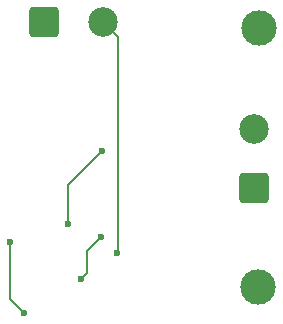
<source format=gbr>
%TF.GenerationSoftware,KiCad,Pcbnew,9.0.7*%
%TF.CreationDate,2026-02-01T23:09:28+05:00*%
%TF.ProjectId,HLT8012-Interface-board,484c5438-3031-4322-9d49-6e7465726661,rev?*%
%TF.SameCoordinates,Original*%
%TF.FileFunction,Copper,L2,Bot*%
%TF.FilePolarity,Positive*%
%FSLAX46Y46*%
G04 Gerber Fmt 4.6, Leading zero omitted, Abs format (unit mm)*
G04 Created by KiCad (PCBNEW 9.0.7) date 2026-02-01 23:09:28*
%MOMM*%
%LPD*%
G01*
G04 APERTURE LIST*
G04 Aperture macros list*
%AMRoundRect*
0 Rectangle with rounded corners*
0 $1 Rounding radius*
0 $2 $3 $4 $5 $6 $7 $8 $9 X,Y pos of 4 corners*
0 Add a 4 corners polygon primitive as box body*
4,1,4,$2,$3,$4,$5,$6,$7,$8,$9,$2,$3,0*
0 Add four circle primitives for the rounded corners*
1,1,$1+$1,$2,$3*
1,1,$1+$1,$4,$5*
1,1,$1+$1,$6,$7*
1,1,$1+$1,$8,$9*
0 Add four rect primitives between the rounded corners*
20,1,$1+$1,$2,$3,$4,$5,0*
20,1,$1+$1,$4,$5,$6,$7,0*
20,1,$1+$1,$6,$7,$8,$9,0*
20,1,$1+$1,$8,$9,$2,$3,0*%
G04 Aperture macros list end*
%TA.AperFunction,ComponentPad*%
%ADD10RoundRect,0.250000X1.000000X-1.000000X1.000000X1.000000X-1.000000X1.000000X-1.000000X-1.000000X0*%
%TD*%
%TA.AperFunction,ComponentPad*%
%ADD11C,2.500000*%
%TD*%
%TA.AperFunction,ComponentPad*%
%ADD12C,3.000000*%
%TD*%
%TA.AperFunction,ComponentPad*%
%ADD13RoundRect,0.250000X-1.000000X-1.000000X1.000000X-1.000000X1.000000X1.000000X-1.000000X1.000000X0*%
%TD*%
%TA.AperFunction,ViaPad*%
%ADD14C,0.600000*%
%TD*%
%TA.AperFunction,Conductor*%
%ADD15C,0.200000*%
%TD*%
G04 APERTURE END LIST*
D10*
%TO.P,J3,1,Pin_1*%
%TO.N,-AC*%
X138392500Y-123600000D03*
D11*
%TO.P,J3,2,Pin_2*%
%TO.N,/LOAD*%
X138392500Y-118600000D03*
%TD*%
D12*
%TO.P,J2,1,Pin_1*%
%TO.N,-AC*%
X138775000Y-131950000D03*
%TD*%
%TO.P,J1,1,Pin_1*%
%TO.N,+AC*%
X138800000Y-110050000D03*
%TD*%
D13*
%TO.P,J4,1,Pin_1*%
%TO.N,GND*%
X120650000Y-109525000D03*
D11*
%TO.P,J4,2,Pin_2*%
%TO.N,+5V*%
X125650000Y-109525000D03*
%TD*%
D14*
%TO.N,V2P*%
X117775000Y-128175000D03*
X118950000Y-134150000D03*
%TO.N,+5V*%
X126825000Y-129125000D03*
%TO.N,Net-(U1-V1P)*%
X122650000Y-126675000D03*
X125550000Y-120475000D03*
%TO.N,Net-(U1-V1N)*%
X123794485Y-131255515D03*
X125425000Y-127750000D03*
%TD*%
D15*
%TO.N,V2P*%
X118950000Y-134150000D02*
X117775000Y-132975000D01*
X117775000Y-132975000D02*
X117775000Y-128175000D01*
%TO.N,+5V*%
X126899999Y-129050001D02*
X126825000Y-129125000D01*
X126899999Y-110774999D02*
X126899999Y-129050001D01*
X125650000Y-109525000D02*
X126899999Y-110774999D01*
%TO.N,Net-(U1-V1P)*%
X122650000Y-123375000D02*
X122650000Y-126675000D01*
X125550000Y-120475000D02*
X122650000Y-123375000D01*
%TO.N,Net-(U1-V1N)*%
X124325000Y-128850000D02*
X125425000Y-127750000D01*
X124300000Y-128850000D02*
X124325000Y-128850000D01*
X124300000Y-130750000D02*
X124300000Y-128850000D01*
X123794485Y-131255515D02*
X124300000Y-130750000D01*
%TD*%
M02*

</source>
